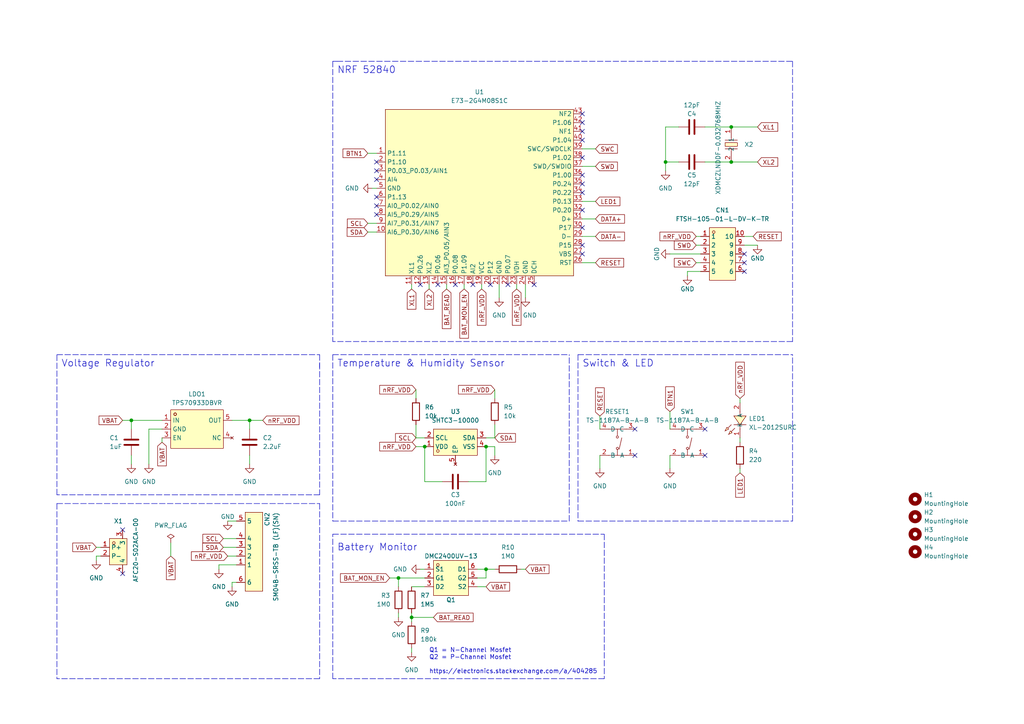
<source format=kicad_sch>
(kicad_sch (version 20230121) (generator eeschema)
  (paper "A4")
  (title_block (title "Schneggi Sensor") (date "2024-06-08") (rev "1.1") (company "Michael Rogger"))
  (lib_symbols
    (symbol "Device:C" (pin_numbers hide) (pin_names (offset 0.254))
      (property "Reference" "C" (at 0.635 2.54 0))
      (property "Value" "C" (at 0.635 -2.54 0))
      (symbol "C_0_1"
        (polyline (pts (xy -2.032 -0.762) (xy 2.032 -0.762)) (stroke (width 0.508)))
        (polyline (pts (xy -2.032 0.762) (xy 2.032 0.762)) (stroke (width 0.508)))
      )
      (symbol "C_1_1"
        (pin passive line (at 0 3.81 270) (length 2.794) (name "~") (number "1"))
        (pin passive line (at 0 -3.81 90) (length 2.794) (name "~") (number "2"))
      )
    )
    (symbol "Device:R" (pin_numbers hide) (pin_names (offset 0))
      (property "Reference" "R" (at 2.032 0 90))
      (property "Value" "R" (at 0 0 90))
      (symbol "R_0_1"
        (rectangle (start -1.016 -2.54) (end 1.016 2.54) (stroke (width 0.254)))
      )
      (symbol "R_1_1"
        (pin passive line (at 0 3.81 270) (length 1.27) (name "~") (number "1"))
        (pin passive line (at 0 -3.81 90) (length 1.27) (name "~") (number "2"))
      )
    )
    (symbol "Mechanical:MountingHole" (pin_names (offset 1.016))
      (property "Reference" "H" (at 0 5.08 0))
      (property "Value" "MountingHole" (at 0 3.175 0))
      (symbol "MountingHole_0_1"
        (circle (center 0 0) (radius 1.27) (stroke (width 1.27)))
      )
    )
    (symbol "power:GND" (power) (pin_names (offset 0))
      (property "Value" "GND" (at 0 -3.81 0))
      (symbol "GND_0_1"
        (polyline (pts (xy 0 0) (xy 0 -1.27) (xy 1.27 -1.27) (xy 0 -2.54) (xy -1.27 -1.27) (xy 0 -1.27)))
      )
      (symbol "GND_1_1"
        (pin power_in line (at 0 0 270) (length 0) hide (name "GND") (number "1"))
      )
    )
    (symbol "power:PWR_FLAG" (power) (pin_numbers hide) (pin_names (offset 0) hide)
      (property "Value" "PWR_FLAG" (at 0 3.81 0))
      (symbol "PWR_FLAG_0_0"
        (pin power_out line (at 0 0 90) (length 0) (name "pwr") (number "1"))
      )
      (symbol "PWR_FLAG_0_1"
        (polyline (pts (xy 0 0) (xy 0 1.27) (xy -1.016 1.905) (xy 0 2.54) (xy 1.016 1.905) (xy 0 1.27)))
      )
    )
    (symbol "schneggi_library:AFC20-S02ACA-00"
      (property "Reference" "X" (at 0 11.43 0))
      (property "Value" "AFC20-S02ACA-00" (at 0 -11.43 0))
      (symbol "AFC20-S02ACA-00_0_1"
        (rectangle (start -2.54 3.81) (end 2.54 -3.81) (fill (type background)))
        (circle (center -1.27 2.54) (radius 0.38))
        (pin passive line (at -5.08 1.27 0) (length 2.54) (name "P+") (number "1"))
        (pin passive line (at -5.08 -1.27 0) (length 2.54) (name "P-") (number "2"))
        (pin unspecified line (at 1.27 6.35 270) (length 2.54) (name "3") (number "3"))
        (pin unspecified line (at 1.27 -6.35 90) (length 2.54) (name "4") (number "4"))
      )
    )
    (symbol "schneggi_library:DMC2400UV-13"
      (property "Reference" "Q" (at 0 7.62 0))
      (property "Value" "DMC2400UV-13" (at 0 -7.62 0))
      (symbol "DMC2400UV-13_0_1"
        (rectangle (start -5.08 5.08) (end 5.08 -5.08) (fill (type background)))
        (circle (center -3.81 3.81) (radius 0.38))
        (pin passive line (at -7.62 2.54 0) (length 2.54) (name "S1") (number "1"))
        (pin input line (at -7.62 0 0) (length 2.54) (name "G1") (number "2"))
        (pin passive line (at -7.62 -2.54 0) (length 2.54) (name "D2") (number "3"))
        (pin passive line (at 7.62 -2.54 180) (length 2.54) (name "S2") (number "4"))
        (pin input line (at 7.62 0 180) (length 2.54) (name "G2") (number "5"))
        (pin passive line (at 7.62 2.54 180) (length 2.54) (name "D1") (number "6"))
      )
    )
    (symbol "schneggi_library:E73-2G4M08S1C"
      (property "Reference" "U" (at 0 29.21 0))
      (property "Value" "E73-2G4M08S1C" (at 0 -30.48 0))
      (symbol "E73-2G4M08S1C_0_1"
        (rectangle (start -27.94 25.4) (end 26.67 -22.86) (fill (type background)))
        (pin bidirectional line (at -30.48 12.7 0) (length 2.54) (name "P1.11") (number "1"))
        (pin bidirectional line (at -30.48 -10.16 0) (length 2.54) (name "AI6_P0.30/AIN6") (number "10"))
        (pin bidirectional line (at -20.32 -25.4 90) (length 2.54) (name "XL1") (number "11"))
        (pin bidirectional line (at -17.78 -25.4 90) (length 2.54) (name "P0.26") (number "12"))
        (pin bidirectional line (at -15.24 -25.4 90) (length 2.54) (name "XL2") (number "13"))
        (pin bidirectional line (at -12.7 -25.4 90) (length 2.54) (name "P0.06") (number "14"))
        (pin bidirectional line (at -10.16 -25.4 90) (length 2.54) (name "AI3_P0.05/AIN3") (number "15"))
        (pin bidirectional line (at -7.62 -25.4 90) (length 2.54) (name "P0.08") (number "16"))
        (pin bidirectional line (at -5.08 -25.4 90) (length 2.54) (name "P1.09") (number "17"))
        (pin bidirectional line (at -2.54 -25.4 90) (length 2.54) (name "AI2") (number "18"))
        (pin power_in line (at 0 -25.4 90) (length 2.54) (name "VCC") (number "19"))
        (pin bidirectional line (at -30.48 10.16 0) (length 2.54) (name "P1.10") (number "2"))
        (pin bidirectional line (at 2.54 -25.4 90) (length 2.54) (name "P12") (number "20"))
        (pin power_in line (at 5.08 -25.4 90) (length 2.54) (name "GND") (number "21"))
        (pin bidirectional line (at 7.62 -25.4 90) (length 2.54) (name "P0.07") (number "22"))
        (pin power_in line (at 10.16 -25.4 90) (length 2.54) (name "VDH") (number "23"))
        (pin power_in line (at 12.7 -25.4 90) (length 2.54) (name "GND") (number "24"))
        (pin power_out line (at 15.24 -25.4 90) (length 2.54) (name "DCH") (number "25"))
        (pin bidirectional line (at 29.21 -19.05 180) (length 2.54) (name "RST") (number "26"))
        (pin power_in line (at 29.21 -16.51 180) (length 2.54) (name "VBS") (number "27"))
        (pin bidirectional line (at 29.21 -13.97 180) (length 2.54) (name "P15") (number "28"))
        (pin bidirectional line (at 29.21 -11.43 180) (length 2.54) (name "D-") (number "29"))
        (pin bidirectional line (at -30.48 7.62 0) (length 2.54) (name "P0.03_P0.03/AIN1") (number "3"))
        (pin bidirectional line (at 29.21 -8.89 180) (length 2.54) (name "P17") (number "30"))
        (pin bidirectional line (at 29.21 -6.35 180) (length 2.54) (name "D+") (number "31"))
        (pin bidirectional line (at 29.21 -3.81 180) (length 2.54) (name "P0.20") (number "32"))
        (pin bidirectional line (at 29.21 -1.27 180) (length 2.54) (name "P0.13") (number "33"))
        (pin bidirectional line (at 29.21 1.27 180) (length 2.54) (name "P0.22") (number "34"))
        (pin bidirectional line (at 29.21 3.81 180) (length 2.54) (name "P0.24") (number "35"))
        (pin bidirectional line (at 29.21 6.35 180) (length 2.54) (name "P1.00") (number "36"))
        (pin bidirectional line (at 29.21 8.89 180) (length 2.54) (name "SWD/SWDIO") (number "37"))
        (pin bidirectional line (at 29.21 11.43 180) (length 2.54) (name "P1.02") (number "38"))
        (pin input line (at 29.21 13.97 180) (length 2.54) (name "SWC/SWDCLK") (number "39"))
        (pin bidirectional line (at -30.48 5.08 0) (length 2.54) (name "AI4") (number "4"))
        (pin bidirectional line (at 29.21 16.51 180) (length 2.54) (name "P1.04") (number "40"))
        (pin bidirectional line (at 29.21 19.05 180) (length 2.54) (name "NF1") (number "41"))
        (pin bidirectional line (at 29.21 21.59 180) (length 2.54) (name "P1.06") (number "42"))
        (pin bidirectional line (at 29.21 24.13 180) (length 2.54) (name "NF2") (number "43"))
        (pin power_in line (at -30.48 2.54 0) (length 2.54) (name "GND") (number "5"))
        (pin bidirectional line (at -30.48 0 0) (length 2.54) (name "P1.13") (number "6"))
        (pin bidirectional line (at -30.48 -2.54 0) (length 2.54) (name "AI0_P0.02/AIN0") (number "7"))
        (pin bidirectional line (at -30.48 -5.08 0) (length 2.54) (name "AI5_P0.29/AIN5") (number "8"))
        (pin bidirectional line (at -30.48 -7.62 0) (length 2.54) (name "AI7_P0.31/AIN7") (number "9"))
      )
    )
    (symbol "schneggi_library:FTSH-105-01-L-DV-K-TR"
      (property "Reference" "CN" (at 0 10.16 0))
      (property "Value" "FTSH-105-01-L-DV-K-TR" (at 0 -10.16 0))
      (symbol "FTSH-105-01-L-DV-K-TR_0_1"
        (rectangle (start -3.81 7.62) (end 3.81 -7.62) (fill (type background)))
        (circle (center -2.54 6.35) (radius 0.38))
        (pin unspecified line (at -6.35 5.08 0) (length 2.54) (name "1") (number "1"))
        (pin unspecified line (at 6.35 5.08 180) (length 2.54) (name "10") (number "10"))
        (pin unspecified line (at -6.35 2.54 0) (length 2.54) (name "2") (number "2"))
        (pin unspecified line (at -6.35 0 0) (length 2.54) (name "3") (number "3"))
        (pin unspecified line (at -6.35 -2.54 0) (length 2.54) (name "4") (number "4"))
        (pin unspecified line (at -6.35 -5.08 0) (length 2.54) (name "5") (number "5"))
        (pin unspecified line (at 6.35 -5.08 180) (length 2.54) (name "6") (number "6"))
        (pin unspecified line (at 6.35 -2.54 180) (length 2.54) (name "7") (number "7"))
        (pin unspecified line (at 6.35 0 180) (length 2.54) (name "8") (number "8"))
        (pin unspecified line (at 6.35 2.54 180) (length 2.54) (name "9") (number "9"))
      )
    )
    (symbol "schneggi_library:SHTC3-10000"
      (property "Reference" "U" (at 0 11.43 0))
      (property "Value" "SHTC3-10000" (at 0 -6.35 0))
      (symbol "SHTC3-10000_0_1"
        (rectangle (start -6.35 3.81) (end 6.35 -3.81) (fill (type background)))
        (circle (center -5.08 2.54) (radius 0.38))
        (pin power_in line (at -8.89 1.27 0) (length 2.54) (name "VDD") (number "1"))
        (pin input line (at -8.89 -1.27 0) (length 2.54) (name "SCL") (number "2"))
        (pin bidirectional line (at 8.89 -1.27 180) (length 2.54) (name "SDA") (number "3"))
        (pin power_in line (at 8.89 1.27 180) (length 2.54) (name "VSS") (number "4"))
        (pin no_connect line (at 0 6.35 270) (length 2.54) (name "EP") (number "5"))
      )
    )
    (symbol "schneggi_library:SM04B-SRSS-TB(LF)(SN)"
      (property "Reference" "CN" (at 0 8.89 0))
      (property "Value" "SM04B-SRSS-TB (LF)(SN)" (at 0 -1.27 0))
      (symbol "SM04B-SRSS-TB(LF)(SN)_0_1"
        (rectangle (start -11.43 1.27) (end 11.43 -3.81) (fill (type background)))
        (pin unspecified line (at -3.81 3.81 270) (length 2.54) (name "1") (number "1"))
        (pin unspecified line (at -1.27 3.81 270) (length 2.54) (name "2") (number "2"))
        (pin unspecified line (at 1.27 3.81 270) (length 2.54) (name "3") (number "3"))
        (pin unspecified line (at 3.81 3.81 270) (length 2.54) (name "4") (number "4"))
        (pin unspecified line (at 8.89 3.81 270) (length 2.54) (name "5") (number "5"))
        (pin unspecified line (at -8.89 3.81 270) (length 2.54) (name "6") (number "6"))
      )
    )
    (symbol "schneggi_library:TPS70933DBVR"
      (property "Reference" "LDO" (at 0 7.62 0))
      (property "Value" "TPS70933DBVR" (at 0 -7.62 0))
      (symbol "TPS70933DBVR_0_1"
        (rectangle (start -7.62 5.59) (end 7.62 -5.59) (fill (type background)))
        (circle (center -6.35 4.32) (radius 0.38))
        (circle (center -6.35 4.32) (radius 0.38))
        (pin power_in line (at -10.16 2.54 0) (length 2.54) (name "IN") (number "1"))
        (pin power_in line (at -10.16 0 0) (length 2.54) (name "GND") (number "2"))
        (pin input line (at -10.16 -2.54 0) (length 2.54) (name "EN") (number "3"))
        (pin no_connect line (at 10.16 -2.54 180) (length 2.54) (name "NC") (number "4"))
        (pin power_out line (at 10.16 2.54 180) (length 2.54) (name "OUT") (number "5"))
      )
    )
    (symbol "schneggi_library:TS-1187A-B-A-B"
      (property "Reference" "SW" (at 0 7.62 0))
      (property "Value" "TS-1187A-B-A-B" (at 0 -10.16 0))
      (symbol "TS-1187A-B-A-B_0_1"
        (circle (center 0 -2.79) (radius 0.32))
        (polyline (pts (xy -2.54 -5.08) (xy 2.54 -5.08)))
        (polyline (pts (xy -2.54 2.54) (xy 2.54 2.54)))
        (polyline (pts (xy -0.51 0.76) (xy -1.27 -2.54)))
        (polyline (pts (xy 0 -3.3) (xy 0 -5.08)))
        (polyline (pts (xy 0 0.76) (xy 0 2.54)))
        (circle (center 0 0.51) (radius 0.32))
        (pin passive line (at -5.08 2.54 0) (length 2.54) (name "A") (number "1"))
        (pin passive line (at 5.08 2.54 180) (length 2.54) (name "B") (number "2"))
        (pin passive line (at -5.08 -5.08 0) (length 2.54) (name "C") (number "3"))
        (pin passive line (at 5.08 -5.08 180) (length 2.54) (name "D") (number "4"))
      )
    )
    (symbol "schneggi_library:XDMCZLNDDF-0.032768MHZ"
      (property "Reference" "X" (at 0 5.08 0))
      (property "Value" "XDMCZLNDDF-0.032768MHZ" (at 0 -5.08 0))
      (symbol "XDMCZLNDDF-0.032768MHZ_0_1"
        (rectangle (start -0.51 1.78) (end 0.51 -1.78) (fill (type background)))
        (polyline (pts (xy -1.27 -1.78) (xy -1.27 1.78)))
        (polyline (pts (xy -1.27 0) (xy -2.54 0)))
        (polyline (pts (xy 1.27 -1.78) (xy 1.27 1.78)))
        (polyline (pts (xy 2.54 0) (xy 1.27 0)))
        (pin input line (at -5.08 0 0) (length 2.54) (name "1") (number "1"))
        (pin input line (at 5.08 0 180) (length 2.54) (name "2") (number "2"))
      )
    )
    (symbol "schneggi_library:XL-2012SURC"
      (property "Reference" "LED" (at 0 5.08 0))
      (property "Value" "XL-2012SURC" (at 0 -5.08 0))
      (symbol "XL-2012SURC_0_1"
        (polyline (pts (xy -1.27 0) (xy -2.54 0)))
        (polyline (pts (xy -1.27 1.78) (xy -1.27 -1.78)))
        (polyline (pts (xy 2.54 0) (xy 1.27 0)))
        (polyline (pts (xy -2.29 1.52) (xy -3.3 2.54) (xy -2.29 1.52)) (fill (type background)))
        (polyline (pts (xy -1.27 2.54) (xy -2.29 3.56) (xy -1.27 2.54)) (fill (type background)))
        (polyline (pts (xy -4.06 3.3) (xy -3.05 2.79) (xy -3.56 2.29) (xy -4.06 3.3)) (fill (type background)))
        (polyline (pts (xy -3.05 4.32) (xy -2.03 3.81) (xy -2.54 3.3) (xy -3.05 4.32)) (fill (type background)))
        (polyline (pts (xy 1.27 1.78) (xy -1.27 0) (xy 1.27 -1.78) (xy 1.27 1.78)) (fill (type background)))
        (pin passive line (at -5.08 0 0) (length 2.54) (name "K") (number "1"))
        (pin passive line (at 5.08 0 180) (length 2.54) (name "A") (number "2"))
      )
    )
  )
  (junction (at 115.57 167.64))
  (junction (at 119.38 179.07))
  (junction (at 193.04 46.99))
  (junction (at 212.09 36.83))
  (junction (at 212.09 46.99))
  (junction (at 140.97 165.1))
  (junction (at 38.1 121.92))
  (junction (at 123.19 129.54))
  (junction (at 72.39 121.92))
  (junction (at 140.97 129.54))
  (no_connect (at 168.91 45.72))
  (no_connect (at 35.56 166.37))
  (no_connect (at 215.9 73.66))
  (no_connect (at 154.94 82.55))
  (no_connect (at 121.92 82.55))
  (no_connect (at 204.47 124.46))
  (no_connect (at 109.22 49.53))
  (no_connect (at 184.15 132.08))
  (no_connect (at 35.56 153.67))
  (no_connect (at 109.22 59.69))
  (no_connect (at 215.9 76.2))
  (no_connect (at 168.91 55.88))
  (no_connect (at 137.16 82.55))
  (no_connect (at 168.91 40.64))
  (no_connect (at 109.22 62.23))
  (no_connect (at 168.91 66.04))
  (no_connect (at 147.32 82.55))
  (no_connect (at 184.15 124.46))
  (no_connect (at 168.91 33.02))
  (no_connect (at 109.22 46.99))
  (no_connect (at 168.91 38.1))
  (no_connect (at 168.91 35.56))
  (no_connect (at 109.22 57.15))
  (no_connect (at 168.91 53.34))
  (no_connect (at 109.22 52.07))
  (no_connect (at 215.9 78.74))
  (no_connect (at 127 82.55))
  (no_connect (at 168.91 73.66))
  (no_connect (at 168.91 60.96))
  (no_connect (at 168.91 71.12))
  (no_connect (at 168.91 50.8))
  (no_connect (at 142.24 82.55))
  (no_connect (at 204.47 132.08))
  (no_connect (at 132.08 82.55))
  (wire (pts (xy 38.1 124.46) (xy 38.1 121.92)))
  (wire (pts (xy 119.38 177.8) (xy 119.38 179.07)))
  (wire (pts (xy 143.51 129.54) (xy 143.51 132.08)))
  (wire (pts (xy 115.57 170.18) (xy 115.57 167.64)))
  (polyline (pts (xy 92.71 146.05) (xy 92.71 196.85)) (stroke (width 0) (type dash)))
  (wire (pts (xy 123.19 139.7) (xy 128.27 139.7)))
  (wire (pts (xy 29.21 161.29) (xy 27.94 161.29)))
  (wire (pts (xy 120.65 129.54) (xy 123.19 129.54)))
  (wire (pts (xy 172.72 76.2) (xy 168.91 76.2)))
  (wire (pts (xy 72.39 121.92) (xy 72.39 124.46)))
  (wire (pts (xy 38.1 121.92) (xy 46.99 121.92)))
  (wire (pts (xy 172.72 48.26) (xy 168.91 48.26)))
  (wire (pts (xy 152.4 82.55) (xy 152.4 86.36)))
  (wire (pts (xy 129.54 83.82) (xy 129.54 82.55)))
  (wire (pts (xy 119.38 179.07) (xy 119.38 180.34)))
  (polyline (pts (xy 96.52 151.13) (xy 165.1 151.13)) (stroke (width 0) (type dash)))
  (wire (pts (xy 172.72 43.18) (xy 168.91 43.18)))
  (wire (pts (xy 119.38 83.82) (xy 119.38 82.55)))
  (wire (pts (xy 172.72 58.42) (xy 168.91 58.42)))
  (polyline (pts (xy 229.87 17.78) (xy 229.87 99.06)) (stroke (width 0) (type dash)))
  (wire (pts (xy 121.92 165.1) (xy 123.19 165.1)))
  (polyline (pts (xy 167.64 102.87) (xy 167.64 151.13)) (stroke (width 0) (type dash)))
  (wire (pts (xy 172.72 63.5) (xy 168.91 63.5)))
  (wire (pts (xy 201.93 68.58) (xy 203.2 68.58)))
  (wire (pts (xy 67.31 168.91) (xy 67.31 170.18)))
  (wire (pts (xy 134.62 83.82) (xy 134.62 82.55)))
  (polyline (pts (xy 96.52 17.78) (xy 96.52 99.06)) (stroke (width 0) (type dash)))
  (wire (pts (xy 120.65 113.03) (xy 120.65 115.57)))
  (wire (pts (xy 194.31 73.66) (xy 203.2 73.66)))
  (wire (pts (xy 38.1 132.08) (xy 38.1 134.62)))
  (polyline (pts (xy 96.52 154.94) (xy 175.26 154.94)) (stroke (width 0) (type dash)))
  (wire (pts (xy 204.47 36.83) (xy 212.09 36.83)))
  (wire (pts (xy 193.04 46.99) (xy 193.04 49.53)))
  (wire (pts (xy 120.65 123.19) (xy 120.65 127)))
  (wire (pts (xy 115.57 177.8) (xy 115.57 179.07)))
  (polyline (pts (xy 16.51 102.87) (xy 92.71 102.87)) (stroke (width 0) (type dash)))
  (wire (pts (xy 139.7 82.55) (xy 139.7 83.82)))
  (wire (pts (xy 140.97 167.64) (xy 138.43 167.64)))
  (wire (pts (xy 67.31 121.92) (xy 72.39 121.92)))
  (polyline (pts (xy 97.79 17.78) (xy 229.87 17.78)) (stroke (width 0) (type dash)))
  (polyline (pts (xy 92.71 196.85) (xy 16.51 196.85)) (stroke (width 0) (type dash)))
  (wire (pts (xy 63.5 163.83) (xy 68.58 163.83)))
  (wire (pts (xy 64.77 158.75) (xy 68.58 158.75)))
  (wire (pts (xy 215.9 68.58) (xy 218.44 68.58)))
  (wire (pts (xy 106.68 44.45) (xy 109.22 44.45)))
  (wire (pts (xy 138.43 165.1) (xy 140.97 165.1)))
  (wire (pts (xy 173.99 120.65) (xy 173.99 124.46)))
  (wire (pts (xy 123.19 129.54) (xy 123.19 139.7)))
  (wire (pts (xy 49.53 157.48) (xy 49.53 161.29)))
  (wire (pts (xy 66.04 161.29) (xy 68.58 161.29)))
  (wire (pts (xy 143.51 127) (xy 140.97 127)))
  (wire (pts (xy 140.97 165.1) (xy 143.51 165.1)))
  (wire (pts (xy 46.99 124.46) (xy 43.18 124.46)))
  (wire (pts (xy 140.97 129.54) (xy 143.51 129.54)))
  (wire (pts (xy 140.97 165.1) (xy 140.97 167.64)))
  (wire (pts (xy 196.85 36.83) (xy 193.04 36.83)))
  (wire (pts (xy 27.94 161.29) (xy 27.94 162.56)))
  (wire (pts (xy 214.63 128.27) (xy 214.63 127)))
  (wire (pts (xy 214.63 116.84) (xy 214.63 115.57)))
  (wire (pts (xy 119.38 187.96) (xy 119.38 189.23)))
  (wire (pts (xy 115.57 167.64) (xy 123.19 167.64)))
  (wire (pts (xy 214.63 135.89) (xy 214.63 137.16)))
  (polyline (pts (xy 92.71 105.41) (xy 92.71 143.51)) (stroke (width 0) (type dash)))
  (polyline (pts (xy 229.87 151.13) (xy 229.87 102.87)) (stroke (width 0) (type dash)))
  (polyline (pts (xy 96.52 196.85) (xy 96.52 154.94)) (stroke (width 0) (type dash)))
  (wire (pts (xy 215.9 71.12) (xy 219.71 71.12)))
  (wire (pts (xy 106.68 64.77) (xy 109.22 64.77)))
  (wire (pts (xy 172.72 68.58) (xy 168.91 68.58)))
  (wire (pts (xy 194.31 132.08) (xy 194.31 135.89)))
  (wire (pts (xy 199.39 78.74) (xy 199.39 80.01)))
  (wire (pts (xy 63.5 165.1) (xy 63.5 163.83)))
  (wire (pts (xy 27.94 158.75) (xy 29.21 158.75)))
  (polyline (pts (xy 96.52 102.87) (xy 96.52 151.13)) (stroke (width 0) (type dash)))
  (wire (pts (xy 72.39 132.08) (xy 72.39 134.62)))
  (polyline (pts (xy 96.52 102.87) (xy 165.1 102.87)) (stroke (width 0) (type dash)))
  (wire (pts (xy 173.99 132.08) (xy 173.99 135.89)))
  (polyline (pts (xy 92.71 102.87) (xy 92.71 106.68)) (stroke (width 0) (type dash)))
  (polyline (pts (xy 167.64 151.13) (xy 229.87 151.13)) (stroke (width 0) (type dash)))
  (wire (pts (xy 106.68 67.31) (xy 109.22 67.31)))
  (wire (pts (xy 119.38 170.18) (xy 123.19 170.18)))
  (polyline (pts (xy 229.87 99.06) (xy 96.52 99.06)) (stroke (width 0) (type dash)))
  (polyline (pts (xy 16.51 143.51) (xy 16.51 102.87)) (stroke (width 0) (type dash)))
  (wire (pts (xy 203.2 78.74) (xy 199.39 78.74)))
  (wire (pts (xy 113.03 167.64) (xy 115.57 167.64)))
  (wire (pts (xy 140.97 139.7) (xy 140.97 129.54)))
  (wire (pts (xy 143.51 123.19) (xy 143.51 127)))
  (wire (pts (xy 143.51 113.03) (xy 143.51 115.57)))
  (polyline (pts (xy 96.52 17.78) (xy 97.79 17.78)) (stroke (width 0) (type dash)))
  (polyline (pts (xy 16.51 146.05) (xy 16.51 196.85)) (stroke (width 0) (type dash)))
  (wire (pts (xy 46.99 128.27) (xy 46.99 127)))
  (wire (pts (xy 194.31 119.38) (xy 194.31 124.46)))
  (wire (pts (xy 193.04 36.83) (xy 193.04 46.99)))
  (wire (pts (xy 107.95 54.61) (xy 109.22 54.61)))
  (polyline (pts (xy 175.26 196.85) (xy 96.52 196.85)) (stroke (width 0) (type dash)))
  (wire (pts (xy 152.4 165.1) (xy 151.13 165.1)))
  (wire (pts (xy 64.77 156.21) (xy 68.58 156.21)))
  (wire (pts (xy 120.65 127) (xy 123.19 127)))
  (wire (pts (xy 212.09 46.99) (xy 219.71 46.99)))
  (wire (pts (xy 201.93 76.2) (xy 203.2 76.2)))
  (polyline (pts (xy 167.64 102.87) (xy 229.87 102.87)) (stroke (width 0) (type dash)))
  (wire (pts (xy 201.93 71.12) (xy 203.2 71.12)))
  (polyline (pts (xy 96.52 154.94) (xy 96.52 154.94)) (stroke (width 0) (type dash)))
  (wire (pts (xy 212.09 36.83) (xy 219.71 36.83)))
  (wire (pts (xy 72.39 121.92) (xy 76.2 121.92)))
  (polyline (pts (xy 165.1 151.13) (xy 165.1 102.87)) (stroke (width 0) (type dash)))
  (polyline (pts (xy 92.71 143.51) (xy 16.51 143.51)) (stroke (width 0) (type dash)))
  (wire (pts (xy 119.38 179.07) (xy 125.73 179.07)))
  (wire (pts (xy 35.56 121.92) (xy 38.1 121.92)))
  (wire (pts (xy 66.04 151.13) (xy 68.58 151.13)))
  (wire (pts (xy 193.04 46.99) (xy 196.85 46.99)))
  (polyline (pts (xy 175.26 154.94) (xy 175.26 196.85)) (stroke (width 0) (type dash)))
  (polyline (pts (xy 16.51 146.05) (xy 92.71 146.05)) (stroke (width 0) (type dash)))
  (wire (pts (xy 135.89 139.7) (xy 140.97 139.7)))
  (wire (pts (xy 124.46 83.82) (xy 124.46 82.55)))
  (wire (pts (xy 149.86 82.55) (xy 149.86 83.82)))
  (wire (pts (xy 140.97 170.18) (xy 138.43 170.18)))
  (wire (pts (xy 144.78 82.55) (xy 144.78 86.36)))
  (wire (pts (xy 204.47 46.99) (xy 212.09 46.99)))
  (wire (pts (xy 68.58 168.91) (xy 67.31 168.91)))
  (wire (pts (xy 43.18 124.46) (xy 43.18 134.62)))
  (text "Q1 = N-Channel Mosfet\nQ2 = P-Channel Mosfet\n\nhttps://electronics.stackexchange.com/a/404285" (at 124.46 195.58 0) (effects (font (size 1.27 1.27)) (justify left bottom)))
  (text "Temperature & Humidity Sensor" (at 97.79 106.68 0) (effects (font (size 2 2)) (justify left bottom)))
  (text "Switch & LED" (at 168.91 106.68 0) (effects (font (size 2 2)) (justify left bottom)))
  (text "Voltage Regulator" (at 17.78 106.68 0) (effects (font (size 2 2)) (justify left bottom)))
  (text "Battery Monitor" (at 97.79 160.02 0) (effects (font (size 2 2)) (justify left bottom)))
  (text "NRF 52840" (at 97.79 21.59 0) (effects (font (size 2 2)) (justify left bottom)))
  (global_label "SDA" (shape input) (at 64.77 158.75 180) (property "Intersheetrefs" "${INTERSHEET_REFS}" (effects hide)))
  (global_label "DATA-" (shape input) (at 172.72 68.58 0) (property "Intersheetrefs" "${INTERSHEET_REFS}" (effects hide)))
  (global_label "XL2" (shape input) (at 219.71 46.99 0) (property "Intersheetrefs" "${INTERSHEET_REFS}" (effects hide)))
  (global_label "LED1" (shape input) (at 172.72 58.42 0) (property "Intersheetrefs" "${INTERSHEET_REFS}" (effects hide)))
  (global_label "RESET" (shape input) (at 218.44 68.58 0) (property "Intersheetrefs" "${INTERSHEET_REFS}" (effects hide)))
  (global_label "nRF_VDD" (shape input) (at 76.2 121.92 0) (property "Intersheetrefs" "${INTERSHEET_REFS}" (effects hide)))
  (global_label "RESET" (shape input) (at 172.72 76.2 0) (property "Intersheetrefs" "${INTERSHEET_REFS}" (effects hide)))
  (global_label "BAT_MON_EN" (shape input) (at 113.03 167.64 180) (property "Intersheetrefs" "${INTERSHEET_REFS}" (effects hide)))
  (global_label "DATA+" (shape input) (at 172.72 63.5 0) (property "Intersheetrefs" "${INTERSHEET_REFS}" (effects hide)))
  (global_label "BTN1" (shape input) (at 194.31 119.38 90) (property "Intersheetrefs" "${INTERSHEET_REFS}" (effects hide)))
  (global_label "nRF_VDD" (shape input) (at 120.65 129.54 180) (property "Intersheetrefs" "${INTERSHEET_REFS}" (effects hide)))
  (global_label "XL1" (shape input) (at 119.38 83.82 270) (property "Intersheetrefs" "${INTERSHEET_REFS}" (effects hide)))
  (global_label "nRF_VDD" (shape input) (at 143.51 113.03 180) (property "Intersheetrefs" "${INTERSHEET_REFS}" (effects hide)))
  (global_label "SDA" (shape input) (at 143.51 127 0) (property "Intersheetrefs" "${INTERSHEET_REFS}" (effects hide)))
  (global_label "SWC" (shape input) (at 172.72 43.18 0) (property "Intersheetrefs" "${INTERSHEET_REFS}" (effects hide)))
  (global_label "SCL" (shape input) (at 106.68 64.77 180) (property "Intersheetrefs" "${INTERSHEET_REFS}" (effects hide)))
  (global_label "SWD" (shape input) (at 201.93 71.12 180) (property "Intersheetrefs" "${INTERSHEET_REFS}" (effects hide)))
  (global_label "BTN1" (shape input) (at 106.68 44.45 180) (property "Intersheetrefs" "${INTERSHEET_REFS}" (effects hide)))
  (global_label "RESET" (shape input) (at 173.99 120.65 90) (property "Intersheetrefs" "${INTERSHEET_REFS}" (effects hide)))
  (global_label "VBAT" (shape input) (at 140.97 170.18 0) (property "Intersheetrefs" "${INTERSHEET_REFS}" (effects hide)))
  (global_label "nRF_VDD" (shape input) (at 139.7 83.82 270) (property "Intersheetrefs" "${INTERSHEET_REFS}" (effects hide)))
  (global_label "XL2" (shape input) (at 124.46 83.82 270) (property "Intersheetrefs" "${INTERSHEET_REFS}" (effects hide)))
  (global_label "SWD" (shape input) (at 172.72 48.26 0) (property "Intersheetrefs" "${INTERSHEET_REFS}" (effects hide)))
  (global_label "XL1" (shape input) (at 219.71 36.83 0) (property "Intersheetrefs" "${INTERSHEET_REFS}" (effects hide)))
  (global_label "nRF_VDD" (shape input) (at 66.04 161.29 180) (property "Intersheetrefs" "${INTERSHEET_REFS}" (effects hide)))
  (global_label "SDA" (shape input) (at 106.68 67.31 180) (property "Intersheetrefs" "${INTERSHEET_REFS}" (effects hide)))
  (global_label "BAT_READ" (shape input) (at 129.54 83.82 270) (property "Intersheetrefs" "${INTERSHEET_REFS}" (effects hide)))
  (global_label "VBAT" (shape input) (at 35.56 121.92 180) (property "Intersheetrefs" "${INTERSHEET_REFS}" (effects hide)))
  (global_label "VBAT" (shape input) (at 49.53 161.29 270) (property "Intersheetrefs" "${INTERSHEET_REFS}" (effects hide)))
  (global_label "VBAT" (shape input) (at 46.99 128.27 270) (property "Intersheetrefs" "${INTERSHEET_REFS}" (effects hide)))
  (global_label "nRF_VDD" (shape input) (at 214.63 115.57 90) (property "Intersheetrefs" "${INTERSHEET_REFS}" (effects hide)))
  (global_label "SWC" (shape input) (at 201.93 76.2 180) (property "Intersheetrefs" "${INTERSHEET_REFS}" (effects hide)))
  (global_label "SCL" (shape input) (at 120.65 127 180) (property "Intersheetrefs" "${INTERSHEET_REFS}" (effects hide)))
  (global_label "SCL" (shape input) (at 64.77 156.21 180) (property "Intersheetrefs" "${INTERSHEET_REFS}" (effects hide)))
  (global_label "nRF_VDD" (shape input) (at 149.86 83.82 270) (property "Intersheetrefs" "${INTERSHEET_REFS}" (effects hide)))
  (global_label "LED1" (shape input) (at 214.63 137.16 270) (property "Intersheetrefs" "${INTERSHEET_REFS}" (effects hide)))
  (global_label "VBAT" (shape input) (at 152.4 165.1 0) (property "Intersheetrefs" "${INTERSHEET_REFS}" (effects hide)))
  (global_label "nRF_VDD" (shape input) (at 201.93 68.58 180) (property "Intersheetrefs" "${INTERSHEET_REFS}" (effects hide)))
  (global_label "VBAT" (shape input) (at 27.94 158.75 180) (property "Intersheetrefs" "${INTERSHEET_REFS}" (effects hide)))
  (global_label "BAT_READ" (shape input) (at 125.73 179.07 0) (property "Intersheetrefs" "${INTERSHEET_REFS}" (effects hide)))
  (global_label "BAT_MON_EN" (shape input) (at 134.62 83.82 270) (property "Intersheetrefs" "${INTERSHEET_REFS}" (effects hide)))
  (global_label "nRF_VDD" (shape input) (at 120.65 113.03 180) (property "Intersheetrefs" "${INTERSHEET_REFS}" (effects hide)))
  (symbol (lib_id "power:GND") (at 27.94 162.56 0) (unit 1)
    (property "Reference" "#PWR0114" (effects hide))
    (property "Value" "GND" (at 27.94 167.64 0))
  )
  (symbol (lib_id "power:GND") (at 72.39 134.62 0) (unit 1)
    (property "Reference" "#PWR06" (effects hide))
    (property "Value" "GND" (at 72.39 139.7 0))
  )
  (symbol (lib_id "Device:R") (at 214.63 132.08 0) (unit 1)
    (property "Reference" "R4" (at 217.17 130.8099 0) (effects (justify left)))
    (property "Value" "220" (at 217.17 133.3499 0) (effects (justify left)))
    (property "Footprint" "Resistor_SMD:R_0603_1608Metric" (effects hide))
    (property "LCSC" "C22962" (effects hide))
  )
  (symbol (lib_id "power:GND") (at 199.39 80.01 0) (unit 1)
    (property "Reference" "#PWR0117" (effects hide))
    (property "Value" "GND" (at 199.39 83.82 0))
  )
  (symbol (lib_id "Device:C") (at 132.08 139.7 90) (unit 1)
    (property "Reference" "C3" (at 132.08 143.51 90))
    (property "Value" "100nF" (at 132.08 146.05 90))
    (property "Footprint" "Capacitor_SMD:C_0603_1608Metric" (effects hide))
    (property "LCSC" "C14663" (effects hide))
  )
  (symbol (lib_id "Device:R") (at 147.32 165.1 90) (unit 1)
    (property "Reference" "R10" (at 147.32 158.75 90))
    (property "Value" "1M0" (at 147.32 161.29 90))
    (property "Footprint" "Resistor_SMD:R_0603_1608Metric" (effects hide))
    (property "LCSC" "C22935" (effects hide))
  )
  (symbol (lib_id "Device:R") (at 143.51 119.38 0) (unit 1)
    (property "Reference" "R5" (at 146.05 118.1099 0) (effects (justify left)))
    (property "Value" "10k" (at 146.05 120.6499 0) (effects (justify left)))
    (property "Footprint" "Resistor_SMD:R_0603_1608Metric" (effects hide))
    (property "lcsc" "C98220" (effects hide))
    (property "LCSC" "C25804" (effects hide))
  )
  (symbol (lib_id "Device:C") (at 38.1 128.27 0) (unit 1)
    (property "Reference" "C1" (at 31.75 127 0) (effects (justify left)))
    (property "Value" "1uF" (at 31.75 129.54 0) (effects (justify left)))
    (property "Footprint" "Capacitor_SMD:C_0603_1608Metric" (effects hide))
    (property "LCSC" "C15849" (effects hide))
  )
  (symbol (lib_id "power:GND") (at 66.04 151.13 0) (unit 1)
    (property "Reference" "#PWR012" (effects hide))
    (property "Value" "GND" (at 66.04 149.86 0))
  )
  (symbol (lib_id "power:GND") (at 119.38 189.23 0) (unit 1)
    (property "Reference" "#PWR09" (effects hide))
    (property "Value" "GND" (at 119.38 194.31 0))
  )
  (symbol (lib_id "power:GND") (at 144.78 86.36 0) (unit 1)
    (property "Reference" "#PWR02" (effects hide))
    (property "Value" "GND" (at 144.78 91.44 0))
  )
  (symbol (lib_id "power:GND") (at 67.31 170.18 0) (unit 1)
    (property "Reference" "#PWR013" (effects hide))
    (property "Value" "GND" (at 67.31 175.26 0))
  )
  (symbol (lib_id "schneggi_library:SM04B-SRSS-TB(LF)(SN)") (at 72.39 160.02 90) (unit 1)
    (property "Reference" "CN2" (at 77.47 148.59 0) (effects (justify right)))
    (property "Value" "SM04B-SRSS-TB (LF)(SN)" (at 80.01 148.59 0) (effects (justify right)))
    (property "Footprint" "schneggi_library:CONN-SMD_4P-P1.00_SM04B-SRSS-TB-LF-SN" (effects hide))
    (property "Datasheet" "https://lcsc.com/product-detail/Others_JST-Sales-America__JST-Sales-America-SM04B-SRSS-TB-LF-SN_C160404.html" (effects hide))
    (property "LCSC Part" "C160404" (effects hide))
  )
  (symbol (lib_id "Device:C") (at 72.39 128.27 0) (unit 1)
    (property "Reference" "C2" (at 76.2 126.9999 0) (effects (justify left)))
    (property "Value" "2.2uF" (at 76.2 129.5399 0) (effects (justify left)))
    (property "Footprint" "Capacitor_SMD:C_0603_1608Metric" (effects hide))
    (property "LCSC" "C23630" (effects hide))
  )
  (symbol (lib_id "power:GND") (at 43.18 134.62 0) (unit 1)
    (property "Reference" "#PWR05" (effects hide))
    (property "Value" "GND" (at 43.18 139.7 0))
  )
  (symbol (lib_id "power:GND") (at 152.4 86.36 0) (unit 1)
    (property "Reference" "#PWR0104" (effects hide))
    (property "Value" "GND" (at 153.67 91.44 0))
  )
  (symbol (lib_id "schneggi_library:SHTC3-10000") (at 132.08 128.27 0) (mirror x) (unit 1)
    (property "Reference" "U3" (at 132.08 119.38 0))
    (property "Value" "SHTC3-10000" (at 132.08 121.92 0))
    (property "Footprint" "schneggi_library:DFN-4_L2.0-W2.0-P1.00-BL-EP" (effects hide))
    (property "LCSC Part" "C2880044" (effects hide))
    (property "LCSC" "C2880044" (effects hide))
  )
  (symbol (lib_id "schneggi_library:AFC20-S02ACA-00") (at 34.29 160.02 0) (unit 1)
    (property "Reference" "X1" (at 33.02 151.13 0) (effects (justify left)))
    (property "Value" "AFC20-S02ACA-00" (at 39.37 168.91 90) (effects (justify left)))
    (property "Footprint" "schneggi_library:CONN-SMD_AFC20-S02ACA-00" (effects hide))
    (property "LCSC Part" "C2764211" (effects hide))
    (property "LCSC" "C2764211" (effects hide))
  )
  (symbol (lib_id "schneggi_library:TS-1187A-B-A-B") (at 199.39 129.54 180) (unit 1)
    (property "Reference" "SW1" (at 199.39 119.38 0))
    (property "Value" "TS-1187A-B-A-B" (at 199.39 121.92 0))
    (property "Footprint" "schneggi_library:SW-SMD_4P-L5.1-W5.1-P3.70-LS6.5-TL-2" (effects hide))
    (property "Datasheet" "https://lcsc.com/product-detail/Tactile-Switches_XKB-Enterprise-TS-1187-B-A-A_C318884.html" (effects hide))
    (property "LCSC Part" "C318884" (effects hide))
    (property "LCSC" "C318884" (effects hide))
  )
  (symbol (lib_id "schneggi_library:FTSH-105-01-L-DV-K-TR") (at 209.55 73.66 0) (unit 1)
    (property "Reference" "CN1" (at 209.55 60.96 0))
    (property "Value" "FTSH-105-01-L-DV-K-TR" (at 209.55 63.5 0))
    (property "Footprint" "schneggi_library:CONN-SMD_FTSH-105-01-L-DV-K-TR" (effects hide))
    (property "LCSC Part" "C448647" (effects hide))
  )
  (symbol (lib_id "Device:C") (at 200.66 46.99 90) (unit 1)
    (property "Reference" "C5" (at 200.66 50.8 90))
    (property "Value" "12pF" (at 200.66 53.34 90))
    (property "Footprint" "Capacitor_SMD:C_0603_1608Metric" (effects hide))
    (property "LCSC" "C38523" (effects hide))
  )
  (symbol (lib_id "power:GND") (at 63.5 165.1 0) (unit 1)
    (property "Reference" "#PWR011" (effects hide))
    (property "Value" "GND" (at 63.5 170.18 0))
  )
  (symbol (lib_id "schneggi_library:XDMCZLNDDF-0.032768MHZ") (at 212.09 41.91 270) (unit 1)
    (property "Reference" "X2" (at 215.9 41.91 90) (effects (justify left)))
    (property "Value" "XDMCZLNDDF-0.032768MHZ" (at 208.28 29.21 0) (effects (justify left)))
    (property "Footprint" "schneggi_library:CRYSTAL-SMD_L3.2-W1.5-1" (effects hide))
    (property "Datasheet" "https://lcsc.com/product-detail/SMD-Crystal-Resonators_TAITIEN-Elec-XDMCZLNDDF-0-032768MHZ_C521573.html" (effects hide))
    (property "LCSC Part" "C32346" (effects hide))
    (property "LCSC" "C32346" (effects hide))
  )
  (symbol (lib_id "power:GND") (at 173.99 135.89 0) (unit 1)
    (property "Reference" "#PWR0106" (effects hide))
    (property "Value" "GND" (at 173.99 140.97 0))
  )
  (symbol (lib_id "power:GND") (at 194.31 135.89 0) (unit 1)
    (property "Reference" "#PWR07" (effects hide))
    (property "Value" "GND" (at 194.31 140.97 0))
  )
  (symbol (lib_id "Device:R") (at 119.38 184.15 0) (unit 1)
    (property "Reference" "R9" (at 121.92 182.8799 0) (effects (justify left)))
    (property "Value" "180k" (at 121.92 185.4199 0) (effects (justify left)))
    (property "Footprint" "Resistor_SMD:R_0603_1608Metric" (effects hide))
    (property "LCSC" "C22827" (effects hide))
  )
  (symbol (lib_id "Mechanical:MountingHole") (at 265.43 160.02 0) (unit 1)
    (property "Reference" "H4" (at 267.97 158.7499 0) (effects (justify left)))
    (property "Value" "MountingHole" (at 267.97 161.2899 0) (effects (justify left)))
    (property "Footprint" "MountingHole:MountingHole_2.2mm_M2" (effects hide))
  )
  (symbol (lib_id "power:GND") (at 193.04 49.53 0) (unit 1)
    (property "Reference" "#PWR03" (effects hide))
    (property "Value" "GND" (at 193.04 54.61 0))
  )
  (symbol (lib_id "power:GND") (at 219.71 71.12 0) (unit 1)
    (property "Reference" "#PWR0118" (effects hide))
    (property "Value" "GND" (at 219.71 74.93 0))
  )
  (symbol (lib_id "power:GND") (at 143.51 132.08 0) (unit 1)
    (property "Reference" "#PWR0105" (effects hide))
    (property "Value" "GND" (at 143.51 137.16 0))
  )
  (symbol (lib_id "power:GND") (at 194.31 73.66 270) (unit 1)
    (property "Reference" "#PWR0116" (effects hide))
    (property "Value" "GND" (at 190.5 73.66 0))
  )
  (symbol (lib_id "Device:R") (at 119.38 173.99 0) (unit 1)
    (property "Reference" "R7" (at 121.92 172.7199 0) (effects (justify left)))
    (property "Value" "1M5" (at 121.92 175.2599 0) (effects (justify left)))
    (property "Footprint" "Resistor_SMD:R_0603_1608Metric" (effects hide))
    (property "LCSC" "C4172" (effects hide))
  )
  (symbol (lib_id "power:GND") (at 115.57 179.07 0) (unit 1)
    (property "Reference" "#PWR08" (effects hide))
    (property "Value" "GND" (at 115.57 184.15 0))
  )
  (symbol (lib_id "schneggi_library:XL-2012SURC") (at 214.63 121.92 90) (unit 1)
    (property "Reference" "LED1" (at 217.17 121.4099 90) (effects (justify right)))
    (property "Value" "XL-2012SURC" (at 217.17 123.9499 90) (effects (justify right)))
    (property "Footprint" "schneggi_library:LED0805-RD_RED" (effects hide))
    (property "LCSC" "C84256" (effects hide))
  )
  (symbol (lib_id "schneggi_library:DMC2400UV-13") (at 130.81 167.64 0) (unit 1)
    (property "Reference" "Q1" (at 130.81 173.99 0))
    (property "Value" "DMC2400UV-13" (at 130.81 161.29 0))
    (property "Footprint" "schneggi_library:SOT-563_L1.6-W1.2-P0.50-LS1.6-BL" (effects hide))
    (property "Datasheet" "https://lcsc.com/product-detail/New-Arrivals_Diodes-Incorporated-DMC2400UV-13_C500791.html" (effects hide))
    (property "LCSC Part" "C500791" (effects hide))
    (property "LCSC" "C500791" (effects hide))
  )
  (symbol (lib_id "schneggi_library:TPS70933DBVR") (at 57.15 124.46 0) (unit 1)
    (property "Reference" "LDO1" (at 57.15 114.3 0))
    (property "Value" "TPS70933DBVR" (at 57.15 116.84 0))
    (property "Footprint" "schneggi_library:SOT-23-5_L3.0-W1.7-P0.95-LS2.8-BR" (effects hide))
    (property "Datasheet" "https://lcsc.com/product-detail/Low-Dropout-Regulators-LDO_TI_TPS70933DBVR_TPS70933DBVR_C89347.html" (effects hide))
    (property "LCSC Part" "C89347" (effects hide))
    (property "LCSC" "C89347" (effects hide))
  )
  (symbol (lib_id "Mechanical:MountingHole") (at 265.43 144.78 0) (unit 1)
    (property "Reference" "H1" (at 267.97 143.5099 0) (effects (justify left)))
    (property "Value" "MountingHole" (at 267.97 146.0499 0) (effects (justify left)))
    (property "Footprint" "MountingHole:MountingHole_2.2mm_M2" (effects hide))
  )
  (symbol (lib_id "Mechanical:MountingHole") (at 265.43 149.86 0) (unit 1)
    (property "Reference" "H2" (at 267.97 148.5899 0) (effects (justify left)))
    (property "Value" "MountingHole" (at 267.97 151.1299 0) (effects (justify left)))
    (property "Footprint" "MountingHole:MountingHole_2.2mm_M2" (effects hide))
  )
  (symbol (lib_id "power:PWR_FLAG") (at 49.53 157.48 0) (unit 1)
    (property "Reference" "#FLG0103" (effects hide))
    (property "Value" "PWR_FLAG" (at 49.53 152.4 0))
  )
  (symbol (lib_id "power:GND") (at 107.95 54.61 270) (unit 1)
    (property "Reference" "#PWR01" (effects hide))
    (property "Value" "GND" (at 104.14 54.6099 90) (effects (justify right)))
  )
  (symbol (lib_id "power:GND") (at 38.1 134.62 0) (unit 1)
    (property "Reference" "#PWR04" (effects hide))
    (property "Value" "GND" (at 38.1 139.7 0))
  )
  (symbol (lib_id "schneggi_library:E73-2G4M08S1C") (at 139.7 57.15 0) (unit 1)
    (property "Reference" "U1" (at 139.065 26.67 0))
    (property "Value" "E73-2G4M08S1C" (at 139.065 29.21 0))
    (property "Footprint" "schneggi_library:WIRELM-SMD_E73-2G4M08S1C" (effects hide))
    (property "Datasheet" "https://lcsc.com/product-detail/_Chengdu-Ebyte-Elec-Tech-E73-2G4M08S1C_C356849.html" (effects hide))
    (property "LCSC Part" "C356849" (effects hide))
    (property "LCSC" "C356849" (effects hide))
  )
  (symbol (lib_id "schneggi_library:TS-1187A-B-A-B") (at 179.07 129.54 180) (unit 1)
    (property "Reference" "RESET1" (at 179.07 119.38 0))
    (property "Value" "TS-1187A-B-A-B" (at 179.07 121.92 0))
    (property "Footprint" "schneggi_library:SW-SMD_4P-L5.1-W5.1-P3.70-LS6.5-TL-2" (effects hide))
    (property "Datasheet" "https://lcsc.com/product-detail/Tactile-Switches_XKB-Enterprise-TS-1187-B-A-A_C318884.html" (effects hide))
    (property "LCSC Part" "C318884" (effects hide))
    (property "LCSC" "C318884" (effects hide))
  )
  (symbol (lib_id "Device:R") (at 120.65 119.38 0) (unit 1)
    (property "Reference" "R6" (at 123.19 118.1099 0) (effects (justify left)))
    (property "Value" "10k" (at 123.19 120.6499 0) (effects (justify left)))
    (property "Footprint" "Resistor_SMD:R_0603_1608Metric" (effects hide))
    (property "lcsc" "C98220" (effects hide))
    (property "LCSC" "C25804" (effects hide))
  )
  (symbol (lib_id "power:GND") (at 121.92 165.1 270) (unit 1)
    (property "Reference" "#PWR010" (effects hide))
    (property "Value" "GND" (at 118.11 165.0999 90) (effects (justify right)))
  )
  (symbol (lib_id "Mechanical:MountingHole") (at 265.43 154.94 0) (unit 1)
    (property "Reference" "H3" (at 267.97 153.6699 0) (effects (justify left)))
    (property "Value" "MountingHole" (at 267.97 156.2099 0) (effects (justify left)))
    (property "Footprint" "MountingHole:MountingHole_2.2mm_M2" (effects hide))
  )
  (symbol (lib_id "Device:R") (at 115.57 173.99 0) (unit 1)
    (property "Reference" "R3" (at 110.49 172.72 0) (effects (justify left)))
    (property "Value" "1M0" (at 109.22 175.26 0) (effects (justify left)))
    (property "Footprint" "Resistor_SMD:R_0603_1608Metric" (effects hide))
    (property "LCSC" "C22935" (effects hide))
  )
  (symbol (lib_id "Device:C") (at 200.66 36.83 90) (unit 1)
    (property "Reference" "C4" (at 200.66 33.02 90))
    (property "Value" "12pF" (at 200.66 30.48 90))
    (property "Footprint" "Capacitor_SMD:C_0603_1608Metric" (effects hide))
    (property "LCSC" "C38523" (effects hide))
  )
)
</source>
